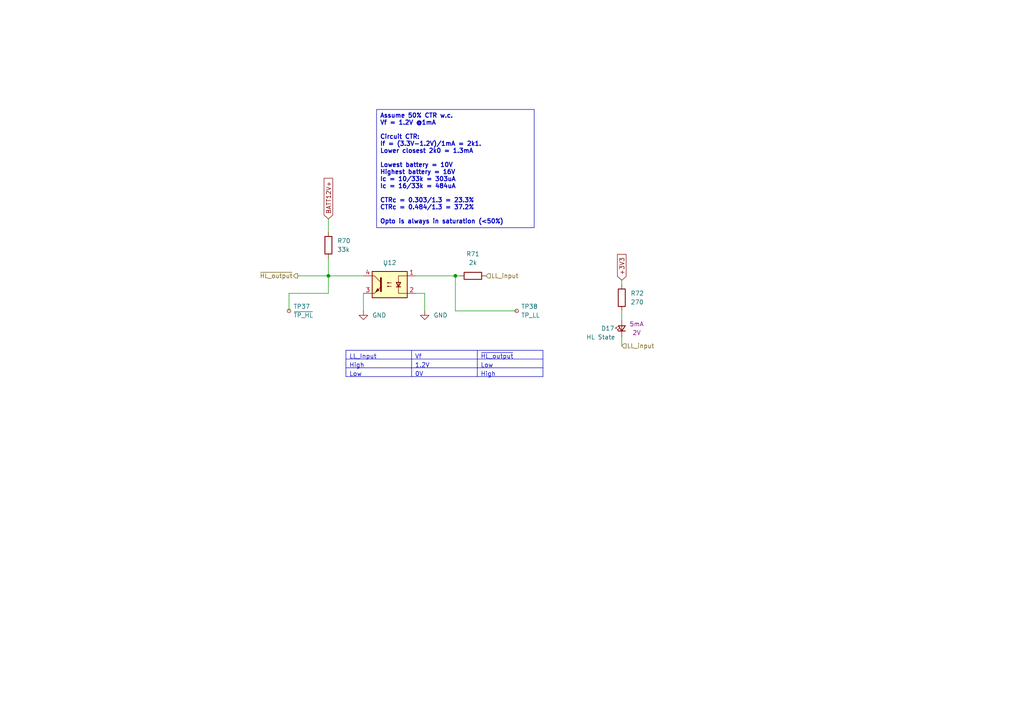
<source format=kicad_sch>
(kicad_sch (version 20250114) (generator "eeschema") (generator_version "9.0")
  (paper "A4")
  (title_block (title "Main architecture") (date "2025-08-10") (rev "0.0") (company "Alex Miller & Martin Roger") (comment 1 "https://github.com/martinroger/VXDash") (comment 2 "https://cadlab.io/projects/vxdash"))
  (lib_symbols
    (symbol "Connector:TestPoint_Small" (pin_numbers (hide yes)) (pin_names (offset 0.762) (hide yes))
      (property "Reference" "TP" (at 0 3.81 0))
      (property "Value" "TestPoint_Small" (at 0 2.032 0))
      (symbol "TestPoint_Small_0_1"
        (circle (center 0 0) (radius 0.508))
      )
      (symbol "TestPoint_Small_1_1"
        (pin passive line (at 0 0 90) (length 0) (name "1") (number "1"))
      )
    )
    (symbol "Isolator:SFH617A-2X009T"
      (property "Reference" "U" (at -3.81 5.08 0))
      (property "Value" "SFH617A-2X009T" (at 0 -5.08 0))
      (symbol "SFH617A-2X009T_1_1"
        (rectangle (start -5.08 3.81) (end 5.08 -3.81) (stroke (width 0.254)) (fill (type background)))
        (polyline (pts (xy -5.08 2.54) (xy -2.54 2.54) (xy -2.54 -0.762)))
        (polyline (pts (xy -3.175 -0.635) (xy -1.905 -0.635)) (stroke (width 0.254)))
        (polyline (pts (xy -2.54 -0.635) (xy -2.54 -2.54) (xy -5.08 -2.54)))
        (polyline (pts (xy -2.54 -0.635) (xy -3.175 0.635) (xy -1.905 0.635) (xy -2.54 -0.635)) (stroke (width 0.254)))
        (polyline (pts (xy -0.508 0.508) (xy 0.762 0.508) (xy 0.381 0.381) (xy 0.381 0.635) (xy 0.762 0.508)))
        (polyline (pts (xy -0.508 -0.508) (xy 0.762 -0.508) (xy 0.381 -0.635) (xy 0.381 -0.381) (xy 0.762 -0.508)))
        (polyline (pts (xy 2.54 1.905) (xy 2.54 -1.905) (xy 2.54 -1.905)) (stroke (width 0.508)))
        (polyline (pts (xy 2.54 0.635) (xy 4.445 2.54)))
        (polyline (pts (xy 3.048 -1.651) (xy 3.556 -1.143) (xy 4.064 -2.159) (xy 3.048 -1.651) (xy 3.048 -1.651)) (fill (type outline)))
        (polyline (pts (xy 4.445 2.54) (xy 5.08 2.54)))
        (polyline (pts (xy 4.445 -2.54) (xy 2.54 -0.635)) (fill (type outline)))
        (polyline (pts (xy 4.445 -2.54) (xy 5.08 -2.54)))
        (pin passive line (at -7.62 2.54 0) (length 2.54) (name "~") (number "1"))
        (pin passive line (at -7.62 -2.54 0) (length 2.54) (name "~") (number "2"))
        (pin passive line (at 7.62 2.54 180) (length 2.54) (name "~") (number "4"))
        (pin passive line (at 7.62 -2.54 180) (length 2.54) (name "~") (number "3"))
      )
    )
    (symbol "VXDash_diodes:LED_Small" (pin_numbers (hide yes)) (pin_names (offset 0.254) (hide yes))
      (property "Reference" "D1" (at 0.0635 6.35 0))
      (property "Value" "LED_Small" (at 0.0635 3.81 0))
      (property "Vf" "2V" (at 0 -4.572 0))
      (property "If" "5mA" (at 0 -2.54 0))
      (symbol "LED_Small_0_1"
        (polyline (pts (xy -0.762 -1.016) (xy -0.762 1.016)) (stroke (width 0.254)))
        (polyline (pts (xy 0 0.762) (xy -0.508 1.27) (xy -0.254 1.27) (xy -0.508 1.27) (xy -0.508 1.016)))
        (polyline (pts (xy 0.508 1.27) (xy 0 1.778) (xy 0.254 1.778) (xy 0 1.778) (xy 0 1.524)))
        (polyline (pts (xy 0.762 -1.016) (xy -0.762 0) (xy 0.762 1.016) (xy 0.762 -1.016)) (stroke (width 0.254)))
        (polyline (pts (xy 1.016 0) (xy -0.762 0)))
      )
      (symbol "LED_Small_1_1"
        (pin passive line (at -2.54 0 0) (length 1.778) (name "K") (number "1"))
        (pin passive line (at 2.54 0 180) (length 1.778) (name "A") (number "2"))
      )
    )
    (symbol "VXDash_passives:Res" (pin_numbers (hide yes)) (pin_names (offset 0))
      (property "Reference" "R" (at 1.27 1.27 0))
      (property "Value" "Res" (at 1.27 -1.27 0))
      (symbol "Res_0_1"
        (rectangle (start -1.016 -2.54) (end 1.016 2.54) (stroke (width 0.254)))
      )
      (symbol "Res_1_1"
        (pin passive line (at 0 3.81 270) (length 1.27) (name "~") (number "1"))
        (pin passive line (at 0 -3.81 90) (length 1.27) (name "~") (number "2"))
      )
    )
    (symbol "power:GND" (power) (pin_numbers (hide yes)) (pin_names (offset 0) (hide yes))
      (property "Value" "GND" (at 0 -3.81 0))
      (symbol "GND_0_1"
        (polyline (pts (xy 0 0) (xy 0 -1.27) (xy 1.27 -1.27) (xy 0 -2.54) (xy -1.27 -1.27) (xy 0 -1.27)))
      )
      (symbol "GND_1_1"
        (pin power_in line (at 0 0 270) (length 0) (name "~") (number "1"))
      )
    )
  )
  (text_box "Assume 50% CTR w.c.\nVf = 1.2V @1mA\n\nCircuit CTR:\nIf = (3.3V-1.2V)/1mA = 2k1. \nLower closest 2k0 = 1.3mA\n\nLowest battery = 10V\nHighest battery = 16V\nIc = 10/33k = 303uA\nIc = 16/33k = 484uA\n\nCTRc = 0.303/1.3 = 23.3%\nCTRc = 0.484/1.3 = 37.2%\n\nOpto is always in saturation (<50%)\n" (at 109.22 31.75 0) (size 45.72 34.29) (margins 0.9525 0.9525 0.9525 0.9525) (effects (font (size 1.27 1.27) (bold yes)) (justify left top)))
  (junction (at 95.25 80.01))
  (junction (at 132.08 80.01))
  (wire (pts (xy 83.82 85.09) (xy 95.25 85.09)))
  (wire (pts (xy 180.34 90.17) (xy 180.34 92.71)))
  (wire (pts (xy 132.08 80.01) (xy 133.35 80.01)))
  (wire (pts (xy 95.25 74.93) (xy 95.25 80.01)))
  (wire (pts (xy 180.34 97.79) (xy 180.34 100.33)))
  (wire (pts (xy 180.34 81.28) (xy 180.34 82.55)))
  (wire (pts (xy 86.36 80.01) (xy 95.25 80.01)))
  (wire (pts (xy 120.65 80.01) (xy 132.08 80.01)))
  (wire (pts (xy 132.08 90.17) (xy 132.08 80.01)))
  (wire (pts (xy 149.86 90.17) (xy 132.08 90.17)))
  (wire (pts (xy 105.41 90.17) (xy 105.41 85.09)))
  (wire (pts (xy 95.25 85.09) (xy 95.25 80.01)))
  (wire (pts (xy 95.25 63.5) (xy 95.25 67.31)))
  (wire (pts (xy 120.65 85.09) (xy 123.19 85.09)))
  (wire (pts (xy 123.19 85.09) (xy 123.19 90.17)))
  (wire (pts (xy 95.25 80.01) (xy 105.41 80.01)))
  (wire (pts (xy 83.82 90.17) (xy 83.82 85.09)))
  (table (column_count 3) (border (external yes) (header yes)) (separators (rows yes) (cols yes)) (column_widths 19.05 19.05 19.05) (row_heights 2.54 2.54 2.54) (cells (table_cell "LL_Input" (at 100.33 101.6 0) (size 19.05 2.54) (margins 0.9525 0.9525 0.9525 0.9525) (span 1 1)) (table_cell "Vf" (at 119.38 101.6 0) (size 19.05 2.54) (margins 0.9525 0.9525 0.9525 0.9525) (span 1 1)) (table_cell "~{HL_output}" (at 138.43 101.6 0) (size 19.05 2.54) (margins 0.9525 0.9525 0.9525 0.9525) (span 1 1)) (table_cell "High" (at 100.33 104.14 0) (size 19.05 2.54) (margins 0.9525 0.9525 0.9525 0.9525) (span 1 1)) (table_cell "1.2V" (at 119.38 104.14 0) (size 19.05 2.54) (margins 0.9525 0.9525 0.9525 0.9525) (span 1 1)) (table_cell "Low" (at 138.43 104.14 0) (size 19.05 2.54) (margins 0.9525 0.9525 0.9525 0.9525) (span 1 1)) (table_cell "Low" (at 100.33 106.68 0) (size 19.05 2.54) (margins 0.9525 0.9525 0.9525 0.9525) (span 1 1)) (table_cell "0V" (at 119.38 106.68 0) (size 19.05 2.54) (margins 0.9525 0.9525 0.9525 0.9525) (span 1 1)) (table_cell "High" (at 138.43 106.68 0) (size 19.05 2.54) (margins 0.9525 0.9525 0.9525 0.9525) (span 1 1))))
  (global_label "BATT12V+" (shape input) (at 95.25 63.5 90) (property "Intersheetrefs" "${INTERSHEET_REFS}" (effects (hide yes))))
  (global_label "+3V3" (shape input) (at 180.34 81.28 90) (property "Intersheetrefs" "${INTERSHEET_REFS}" (effects (hide yes))))
  (hierarchical_label "LL_input" (shape input) (at 180.34 100.33 0))
  (hierarchical_label "~{HL_output}" (shape output) (at 86.36 80.01 180))
  (hierarchical_label "LL_input" (shape input) (at 140.97 80.01 0))
  (symbol (lib_id "VXDash_diodes:LED_Small") (at 180.34 95.25 90) (unit 1)
    (property "Reference" "D9" (at 176.276 95.25 90))
    (property "Value" "HL State" (at 174.244 97.79 90))
    (property "Footprint" "LED_SMD:LED_0603_1608Metric_Pad1.05x0.95mm_HandSolder" (effects (hide yes)))
    (property "Description" "Light emitting diode, small symbol" (effects (hide yes)))
    (property "Sim.Pin" "1=K 2=A" (effects (hide yes)))
    (property "Vf" "2V" (at 184.658 96.52 90))
    (property "If" "5mA" (at 184.658 93.98 90))
    (instances (project "VXDash_Emulator" (path "" (reference "D17") (unit 1)) (path "" (reference "D14") (unit 1)) (path "" (reference "D11") (unit 1)) (path "" (reference "D12") (unit 1)) (path "" (reference "D16") (unit 1)) (path "" (reference "D9") (unit 1)) (path "" (reference "D15") (unit 1)) (path "" (reference "D10") (unit 1)) (path "" (reference "D18") (unit 1))))
  )
  (symbol (lib_id "Isolator:SFH617A-2X009T") (at 113.03 82.55 0) (mirror y) (unit 1)
    (property "Reference" "U4" (at 113.03 76.2 0))
    (property "Value" "~" (at 111.7601 77.47 90) (effects (justify left)))
    (property "Footprint" "Package_DIP:SMDIP-4_W7.62mm" (effects (hide yes)))
    (property "Datasheet" "https://www.diodes.com/assets/Datasheets/DPC817-Series.pdf" (effects (hide yes)))
    (property "Description" "Optocoupler 5kV" (effects (hide yes)))
    (instances (project "VXDash_Emulator" (path "" (reference "U12") (unit 1)) (path "" (reference "U9") (unit 1)) (path "" (reference "U6") (unit 1)) (path "" (reference "U7") (unit 1)) (path "" (reference "U11") (unit 1)) (path "" (reference "U4") (unit 1)) (path "" (reference "U10") (unit 1)) (path "" (reference "U5") (unit 1)) (path "" (reference "U13") (unit 1))))
  )
  (symbol (lib_id "VXDash_passives:Res") (at 95.25 71.12 0) (unit 1)
    (property "Reference" "R46" (at 97.79 69.8499 0) (effects (justify left)))
    (property "Value" "33k" (at 97.79 72.3899 0) (effects (justify left)))
    (property "Footprint" "Resistor_SMD:R_0805_2012Metric_Pad1.20x1.40mm_HandSolder" (effects (hide yes)))
    (property "Tol" "1%" (effects (hide yes)))
    (property "Power" "100mW" (effects (hide yes)))
    (instances (project "VXDash_Emulator" (path "" (reference "R70") (unit 1)) (path "" (reference "R61") (unit 1)) (path "" (reference "R52") (unit 1)) (path "" (reference "R55") (unit 1)) (path "" (reference "R67") (unit 1)) (path "" (reference "R46") (unit 1)) (path "" (reference "R64") (unit 1)) (path "" (reference "R49") (unit 1)) (path "" (reference "R73") (unit 1))))
  )
  (symbol (lib_id "Connector:TestPoint_Small") (at 149.86 90.17 0) (unit 1)
    (property "Reference" "TP24" (at 151.13 88.8999 0) (effects (justify left)))
    (property "Value" "TP_LL" (at 151.13 91.4399 0) (effects (justify left)))
    (property "Footprint" "TestPoint:TestPoint_Pad_D2.0mm" (effects (hide yes)))
    (property "Description" "test point" (effects (hide yes)))
    (instances (project "VXDash_Emulator" (path "" (reference "TP38") (unit 1)) (path "" (reference "TP32") (unit 1)) (path "" (reference "TP28") (unit 1)) (path "" (reference "TP30") (unit 1)) (path "" (reference "TP36") (unit 1)) (path "" (reference "TP24") (unit 1)) (path "" (reference "TP34") (unit 1)) (path "" (reference "TP26") (unit 1)) (path "" (reference "TP40") (unit 1))))
  )
  (symbol (lib_id "VXDash_passives:Res") (at 180.34 86.36 0) (unit 1)
    (property "Reference" "R48" (at 182.88 85.0899 0) (effects (justify left)))
    (property "Value" "270" (at 182.88 87.6299 0) (effects (justify left)))
    (property "Footprint" "Resistor_SMD:R_0603_1608Metric_Pad0.98x0.95mm_HandSolder" (effects (hide yes)))
    (property "Tol" "1%" (effects (hide yes)))
    (property "Power" "100mW" (effects (hide yes)))
    (instances (project "VXDash_Emulator" (path "" (reference "R72") (unit 1)) (path "" (reference "R63") (unit 1)) (path "" (reference "R54") (unit 1)) (path "" (reference "R57") (unit 1)) (path "" (reference "R69") (unit 1)) (path "" (reference "R48") (unit 1)) (path "" (reference "R66") (unit 1)) (path "" (reference "R51") (unit 1)) (path "" (reference "R75") (unit 1))))
  )
  (symbol (lib_id "VXDash_passives:Res") (at 137.16 80.01 90) (unit 1)
    (property "Reference" "R47" (at 137.16 73.66 90))
    (property "Value" "2k" (at 137.16 76.2 90))
    (property "Footprint" "Resistor_SMD:R_0805_2012Metric_Pad1.20x1.40mm_HandSolder" (effects (hide yes)))
    (property "Tol" "1%" (effects (hide yes)))
    (property "Power" "100mW" (effects (hide yes)))
    (instances (project "VXDash_Emulator" (path "" (reference "R71") (unit 1)) (path "" (reference "R62") (unit 1)) (path "" (reference "R53") (unit 1)) (path "" (reference "R56") (unit 1)) (path "" (reference "R68") (unit 1)) (path "" (reference "R47") (unit 1)) (path "" (reference "R65") (unit 1)) (path "" (reference "R50") (unit 1)) (path "" (reference "R74") (unit 1))))
  )
  (symbol (lib_id "power:GND") (at 105.41 90.17 0) (unit 1)
    (property "Reference" "#PWR020" (effects (hide yes)))
    (property "Value" "GND" (at 107.95 91.4399 0) (effects (justify left)))
    (property "Description" "Power symbol creates a global label with name \"GND\" , ground" (effects (hide yes)))
    (instances (project "VXDash_Emulator" (path "" (reference "#PWR036") (unit 1)) (path "" (reference "#PWR030") (unit 1)) (path "" (reference "#PWR024") (unit 1)) (path "" (reference "#PWR026") (unit 1)) (path "" (reference "#PWR034") (unit 1)) (path "" (reference "#PWR020") (unit 1)) (path "" (reference "#PWR032") (unit 1)) (path "" (reference "#PWR022") (unit 1)) (path "" (reference "#PWR038") (unit 1))))
  )
  (symbol (lib_id "power:GND") (at 123.19 90.17 0) (unit 1)
    (property "Reference" "#PWR021" (effects (hide yes)))
    (property "Value" "GND" (at 125.73 91.4399 0) (effects (justify left)))
    (property "Description" "Power symbol creates a global label with name \"GND\" , ground" (effects (hide yes)))
    (instances (project "VXDash_Emulator" (path "" (reference "#PWR037") (unit 1)) (path "" (reference "#PWR031") (unit 1)) (path "" (reference "#PWR025") (unit 1)) (path "" (reference "#PWR027") (unit 1)) (path "" (reference "#PWR035") (unit 1)) (path "" (reference "#PWR021") (unit 1)) (path "" (reference "#PWR033") (unit 1)) (path "" (reference "#PWR023") (unit 1)) (path "" (reference "#PWR039") (unit 1))))
  )
  (symbol (lib_id "Connector:TestPoint_Small") (at 83.82 90.17 0) (unit 1)
    (property "Reference" "TP23" (at 85.09 88.8999 0) (effects (justify left)))
    (property "Value" "~{TP_HL}" (at 85.09 91.4399 0) (effects (justify left)))
    (property "Footprint" "TestPoint:TestPoint_Pad_D2.0mm" (effects (hide yes)))
    (property "Description" "test point" (effects (hide yes)))
    (instances (project "VXDash_Emulator" (path "" (reference "TP37") (unit 1)) (path "" (reference "TP31") (unit 1)) (path "" (reference "TP27") (unit 1)) (path "" (reference "TP29") (unit 1)) (path "" (reference "TP35") (unit 1)) (path "" (reference "TP23") (unit 1)) (path "" (reference "TP33") (unit 1)) (path "" (reference "TP25") (unit 1)) (path "" (reference "TP39") (unit 1))))
  )
)
</source>
